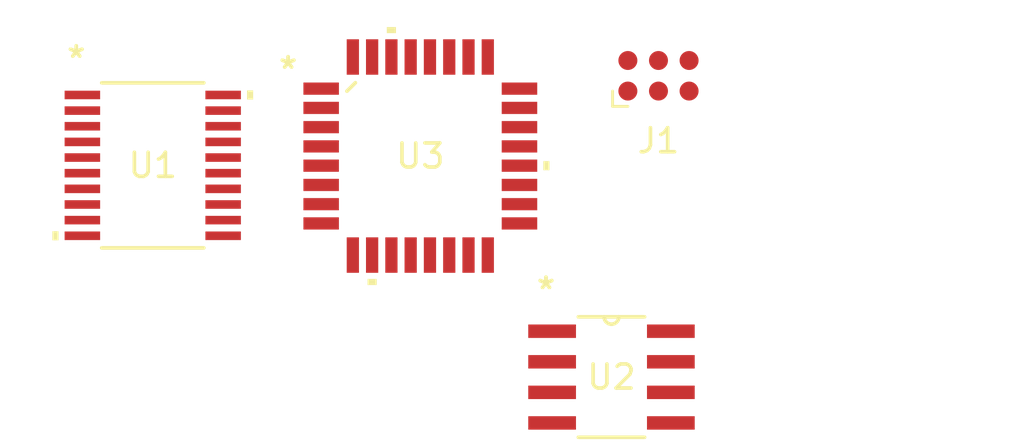
<source format=kicad_pcb>
(kicad_pcb (version 20241229) (generator "pcbnew") (generator_version "9.0")
  (layers (0 "F.Cu" signal) (2 "B.Cu" signal) (13 "F.Paste" user) (15 "B.Paste" user) (5 "F.SilkS" user "F.Silkscreen") (7 "B.SilkS" user "B.Silkscreen") (1 "F.Mask" user) (3 "B.Mask" user) (25 "Edge.Cuts" user))
  (net 0 "")
  (net 1 "/SWO")
  (net 2 "/SWCLK")
  (net 3 "GND")
  (net 4 "/RESETB")
  (net 5 "/SWDIO")
  (net 6 "+3V3")
  (net 11 "/CANRX")
  (net 18 "/CANTX")
  (net 23 "/CAN+")
  (net 24 "/CAN-")
  (footprint "footprints:D8" (layer "F.Cu") (at 163.4362 108.295)
    (property "Reference" "U2" (at 0 0 0) (layer "F.SilkS"))
    (property "Value" "SN65HVD232QDRG4Q1")
    (fp_line (start -1.373653 2.5019) (end 1.373653 2.5019) (stroke (width 0.1524)) (layer "F.SilkS"))
    (fp_line (start 1.373653 -2.5019) (end -1.373653 -2.5019) (stroke (width 0.1524)) (layer "F.SilkS"))
    (fp_arc (start 0.3048 -2.5019) (mid 0 -2.1971) (end -0.3048 -2.5019) (stroke (width 0.1524)) (layer "F.SilkS"))
    (fp_text user "*" (at -2.7178 -3.6068 0) (layer "F.SilkS"))
    (fp_text user "*" (at -2.7178 -3.6068 0) (layer "F.SilkS"))
    (pad "1" smd rect (at -2.4638 -1.905) (size 1.9812 0.5588) (layers "F.Cu" "F.Mask" "F.Paste") (net 18 "/CANTX"))
    (pad "2" smd rect (at -2.4638 -0.635) (size 1.9812 0.5588) (layers "F.Cu" "F.Mask" "F.Paste") (net 3 "GND"))
    (pad "3" smd rect (at -2.4638 0.635) (size 1.9812 0.5588) (layers "F.Cu" "F.Mask" "F.Paste") (net 6 "+3V3"))
    (pad "4" smd rect (at -2.4638 1.905) (size 1.9812 0.5588) (layers "F.Cu" "F.Mask" "F.Paste") (net 11 "/CANRX"))
    (pad "5" smd rect (at 2.4638 1.905) (size 1.9812 0.5588) (layers "F.Cu" "F.Mask" "F.Paste"))
    (pad "6" smd rect (at 2.4638 0.635) (size 1.9812 0.5588) (layers "F.Cu" "F.Mask" "F.Paste") (net 24 "/CAN-"))
    (pad "7" smd rect (at 2.4638 -0.635) (size 1.9812 0.5588) (layers "F.Cu" "F.Mask" "F.Paste") (net 23 "/CAN+"))
    (pad "8" smd rect (at 2.4638 -1.905) (size 1.9812 0.5588) (layers "F.Cu" "F.Mask" "F.Paste"))
  )
  (footprint "Connector:Tag-Connect_TC2030-IDC-NL_2x03_P1.27mm_Vertical" (layer "F.Cu") (at 165.3866 95.7779)
    (property "Reference" "J1" (at 0 2.7 0) (layer "F.SilkS"))
    (property "Value" "Conn_ARM_SWD_TagConnect_TC2030-NL")
    (fp_line (start -1.905 1.27) (end -1.905 0.635) (stroke (width 0.12)) (layer "F.SilkS"))
    (fp_line (start -1.27 1.27) (end -1.905 1.27) (stroke (width 0.12)) (layer "F.SilkS"))
    (pad "" np_thru_hole circle (at -2.54 0) (size 0.9906 0.9906) (drill 0.9906) (layers "*.Cu" "*.Mask"))
    (pad "" np_thru_hole circle (at 2.54 -1.016) (size 0.9906 0.9906) (drill 0.9906) (layers "*.Cu" "*.Mask"))
    (pad "" np_thru_hole circle (at 2.54 1.016) (size 0.9906 0.9906) (drill 0.9906) (layers "*.Cu" "*.Mask"))
    (pad "1" connect circle (at -1.27 0.635) (size 0.7874 0.7874) (layers "F.Cu" "F.Mask") (net 6 "+3V3"))
    (pad "2" connect circle (at -1.27 -0.635) (size 0.7874 0.7874) (layers "F.Cu" "F.Mask") (net 5 "/SWDIO"))
    (pad "3" connect circle (at 0 0.635) (size 0.7874 0.7874) (layers "F.Cu" "F.Mask") (net 4 "/RESETB"))
    (pad "4" connect circle (at 0 -0.635) (size 0.7874 0.7874) (layers "F.Cu" "F.Mask") (net 2 "/SWCLK"))
    (pad "5" connect circle (at 1.27 0.635) (size 0.7874 0.7874) (layers "F.Cu" "F.Mask") (net 3 "GND"))
    (pad "6" connect circle (at 1.27 -0.635) (size 0.7874 0.7874) (layers "F.Cu" "F.Mask") (net 1 "/SWO"))
  )
  (footprint "footprints:LQFP-32_STM" (layer "F.Cu") (at 155.5032 99.1123)
    (property "Reference" "U3" (at 0 0 0) (layer "F.SilkS"))
    (property "Value" "STM32C092KBT6")
    (fp_line (start -3.04546 -2.69494) (end -2.69494 -3.04546) (stroke (width 0.1524)) (layer "F.SilkS"))
    (fp_poly (pts (xy -2.190501 5.1054) (xy -2.190501 5.3594) (xy -1.809501 5.3594) (xy -1.809501 5.1054)) (fill yes) (layer "F.SilkS"))
    (fp_poly (pts (xy -1.3905 -5.1054) (xy -1.3905 -5.3594) (xy -1.0095 -5.3594) (xy -1.0095 -5.1054)) (fill yes) (layer "F.SilkS"))
    (fp_poly (pts (xy 5.3594 0.209499) (xy 5.3594 0.590499) (xy 5.1054 0.590499) (xy 5.1054 0.209499)) (fill yes) (layer "F.SilkS"))
    (fp_text user "*" (at -5.4864 -3.581 0) (layer "F.SilkS"))
    (fp_text user "*" (at -5.4864 -3.581 0) (layer "F.SilkS"))
    (pad "1" smd rect (at -4.1148 -2.799999 90) (size 0.508 1.4732) (layers "F.Cu" "F.Mask" "F.Paste"))
    (pad "2" smd rect (at -4.1148 -2.000001 90) (size 0.508 1.4732) (layers "F.Cu" "F.Mask" "F.Paste"))
    (pad "3" smd rect (at -4.1148 -1.2 90) (size 0.508 1.4732) (layers "F.Cu" "F.Mask" "F.Paste"))
    (pad "4" smd rect (at -4.1148 -0.399999 90) (size 0.508 1.4732) (layers "F.Cu" "F.Mask" "F.Paste"))
    (pad "5" smd rect (at -4.1148 0.399999 90) (size 0.508 1.4732) (layers "F.Cu" "F.Mask" "F.Paste"))
    (pad "6" smd rect (at -4.1148 1.2 90) (size 0.508 1.4732) (layers "F.Cu" "F.Mask" "F.Paste"))
    (pad "7" smd rect (at -4.1148 1.999999 90) (size 0.508 1.4732) (layers "F.Cu" "F.Mask" "F.Paste"))
    (pad "8" smd rect (at -4.1148 2.799999 90) (size 0.508 1.4732) (layers "F.Cu" "F.Mask" "F.Paste"))
    (pad "9" smd rect (at -2.799999 4.1148) (size 0.508 1.4732) (layers "F.Cu" "F.Mask" "F.Paste"))
    (pad "10" smd rect (at -2.000001 4.1148) (size 0.508 1.4732) (layers "F.Cu" "F.Mask" "F.Paste"))
    (pad "11" smd rect (at -1.2 4.1148) (size 0.508 1.4732) (layers "F.Cu" "F.Mask" "F.Paste"))
    (pad "12" smd rect (at -0.399999 4.1148) (size 0.508 1.4732) (layers "F.Cu" "F.Mask" "F.Paste"))
    (pad "13" smd rect (at 0.399999 4.1148) (size 0.508 1.4732) (layers "F.Cu" "F.Mask" "F.Paste"))
    (pad "14" smd rect (at 1.2 4.1148) (size 0.508 1.4732) (layers "F.Cu" "F.Mask" "F.Paste"))
    (pad "15" smd rect (at 1.999999 4.1148) (size 0.508 1.4732) (layers "F.Cu" "F.Mask" "F.Paste"))
    (pad "16" smd rect (at 2.799999 4.1148) (size 0.508 1.4732) (layers "F.Cu" "F.Mask" "F.Paste"))
    (pad "17" smd rect (at 4.1148 2.799999 90) (size 0.508 1.4732) (layers "F.Cu" "F.Mask" "F.Paste"))
    (pad "18" smd rect (at 4.1148 2.000001 90) (size 0.508 1.4732) (layers "F.Cu" "F.Mask" "F.Paste"))
    (pad "19" smd rect (at 4.1148 1.2 90) (size 0.508 1.4732) (layers "F.Cu" "F.Mask" "F.Paste"))
    (pad "20" smd rect (at 4.1148 0.399999 90) (size 0.508 1.4732) (layers "F.Cu" "F.Mask" "F.Paste"))
    (pad "21" smd rect (at 4.1148 -0.399999 90) (size 0.508 1.4732) (layers "F.Cu" "F.Mask" "F.Paste"))
    (pad "22" smd rect (at 4.1148 -1.2 90) (size 0.508 1.4732) (layers "F.Cu" "F.Mask" "F.Paste"))
    (pad "23" smd rect (at 4.1148 -1.999999 90) (size 0.508 1.4732) (layers "F.Cu" "F.Mask" "F.Paste"))
    (pad "24" smd rect (at 4.1148 -2.799999 90) (size 0.508 1.4732) (layers "F.Cu" "F.Mask" "F.Paste"))
    (pad "25" smd rect (at 2.799999 -4.1148) (size 0.508 1.4732) (layers "F.Cu" "F.Mask" "F.Paste"))
    (pad "26" smd rect (at 2.000001 -4.1148) (size 0.508 1.4732) (layers "F.Cu" "F.Mask" "F.Paste"))
    (pad "27" smd rect (at 1.2 -4.1148) (size 0.508 1.4732) (layers "F.Cu" "F.Mask" "F.Paste"))
    (pad "28" smd rect (at 0.399999 -4.1148) (size 0.508 1.4732) (layers "F.Cu" "F.Mask" "F.Paste"))
    (pad "29" smd rect (at -0.399999 -4.1148) (size 0.508 1.4732) (layers "F.Cu" "F.Mask" "F.Paste"))
    (pad "30" smd rect (at -1.2 -4.1148) (size 0.508 1.4732) (layers "F.Cu" "F.Mask" "F.Paste"))
    (pad "31" smd rect (at -1.999999 -4.1148) (size 0.508 1.4732) (layers "F.Cu" "F.Mask" "F.Paste"))
    (pad "32" smd rect (at -2.799999 -4.1148) (size 0.508 1.4732) (layers "F.Cu" "F.Mask" "F.Paste"))
  )
  (footprint "footprints:TSSOP20_STM" (layer "F.Cu") (at 144.4 99.5)
    (property "Reference" "U1" (at 0 0 0) (layer "F.SilkS"))
    (property "Value" "STM32C092FCP6")
    (fp_line (start -2.118764 3.429) (end 2.118751 3.429) (stroke (width 0.1524)) (layer "F.SilkS"))
    (fp_line (start 2.118764 -3.429) (end -2.118751 -3.429) (stroke (width 0.1524)) (layer "F.SilkS"))
    (fp_poly (pts (xy -4.1656 2.734498) (xy -4.1656 3.115498) (xy -3.9116 3.115498) (xy -3.9116 2.734498)) (fill yes) (layer "F.SilkS"))
    (fp_poly (pts (xy 4.1656 -3.115498) (xy 4.1656 -2.734498) (xy 3.9116 -2.734498) (xy 3.9116 -3.115498)) (fill yes) (layer "F.SilkS"))
    (fp_text user "*" (at -3.175 -4.423601 0) (layer "F.SilkS"))
    (fp_text user "*" (at -3.175 -4.423601 0) (layer "F.SilkS"))
    (pad "1" smd rect (at -2.921 -2.925) (size 1.4732 0.3556) (layers "F.Cu" "F.Mask" "F.Paste"))
    (pad "2" smd rect (at -2.921 -2.274999) (size 1.4732 0.3556) (layers "F.Cu" "F.Mask" "F.Paste"))
    (pad "3" smd rect (at -2.921 -1.625001) (size 1.4732 0.3556) (layers "F.Cu" "F.Mask" "F.Paste"))
    (pad "4" smd rect (at -2.921 -0.974999) (size 1.4732 0.3556) (layers "F.Cu" "F.Mask" "F.Paste") (net 6 "+3V3"))
    (pad "5" smd rect (at -2.921 -0.325001) (size 1.4732 0.3556) (layers "F.Cu" "F.Mask" "F.Paste") (net 3 "GND"))
    (pad "6" smd rect (at -2.921 0.324998) (size 1.4732 0.3556) (layers "F.Cu" "F.Mask" "F.Paste"))
    (pad "7" smd rect (at -2.921 0.974999) (size 1.4732 0.3556) (layers "F.Cu" "F.Mask" "F.Paste"))
    (pad "8" smd rect (at -2.921 1.624998) (size 1.4732 0.3556) (layers "F.Cu" "F.Mask" "F.Paste"))
    (pad "9" smd rect (at -2.921 2.274999) (size 1.4732 0.3556) (layers "F.Cu" "F.Mask" "F.Paste"))
    (pad "10" smd rect (at -2.921 2.924998) (size 1.4732 0.3556) (layers "F.Cu" "F.Mask" "F.Paste"))
    (pad "11" smd rect (at 2.921 2.925) (size 1.4732 0.3556) (layers "F.Cu" "F.Mask" "F.Paste"))
    (pad "12" smd rect (at 2.921 2.275002) (size 1.4732 0.3556) (layers "F.Cu" "F.Mask" "F.Paste"))
    (pad "13" smd rect (at 2.921 1.625001) (size 1.4732 0.3556) (layers "F.Cu" "F.Mask" "F.Paste"))
    (pad "14" smd rect (at 2.921 0.975002) (size 1.4732 0.3556) (layers "F.Cu" "F.Mask" "F.Paste"))
    (pad "15" smd rect (at 2.921 0.325001) (size 1.4732 0.3556) (layers "F.Cu" "F.Mask" "F.Paste"))
    (pad "16" smd rect (at 2.921 -0.324998) (size 1.4732 0.3556) (layers "F.Cu" "F.Mask" "F.Paste"))
    (pad "17" smd rect (at 2.921 -0.974999) (size 1.4732 0.3556) (layers "F.Cu" "F.Mask" "F.Paste") (net 18 "/CANTX"))
    (pad "18" smd rect (at 2.921 -1.624998) (size 1.4732 0.3556) (layers "F.Cu" "F.Mask" "F.Paste") (net 5 "/SWDIO"))
    (pad "19" smd rect (at 2.921 -2.274999) (size 1.4732 0.3556) (layers "F.Cu" "F.Mask" "F.Paste") (net 2 "/SWCLK"))
    (pad "20" smd rect (at 2.921 -2.924998) (size 1.4732 0.3556) (layers "F.Cu" "F.Mask" "F.Paste") (net 11 "/CANRX"))
  )
)
</source>
